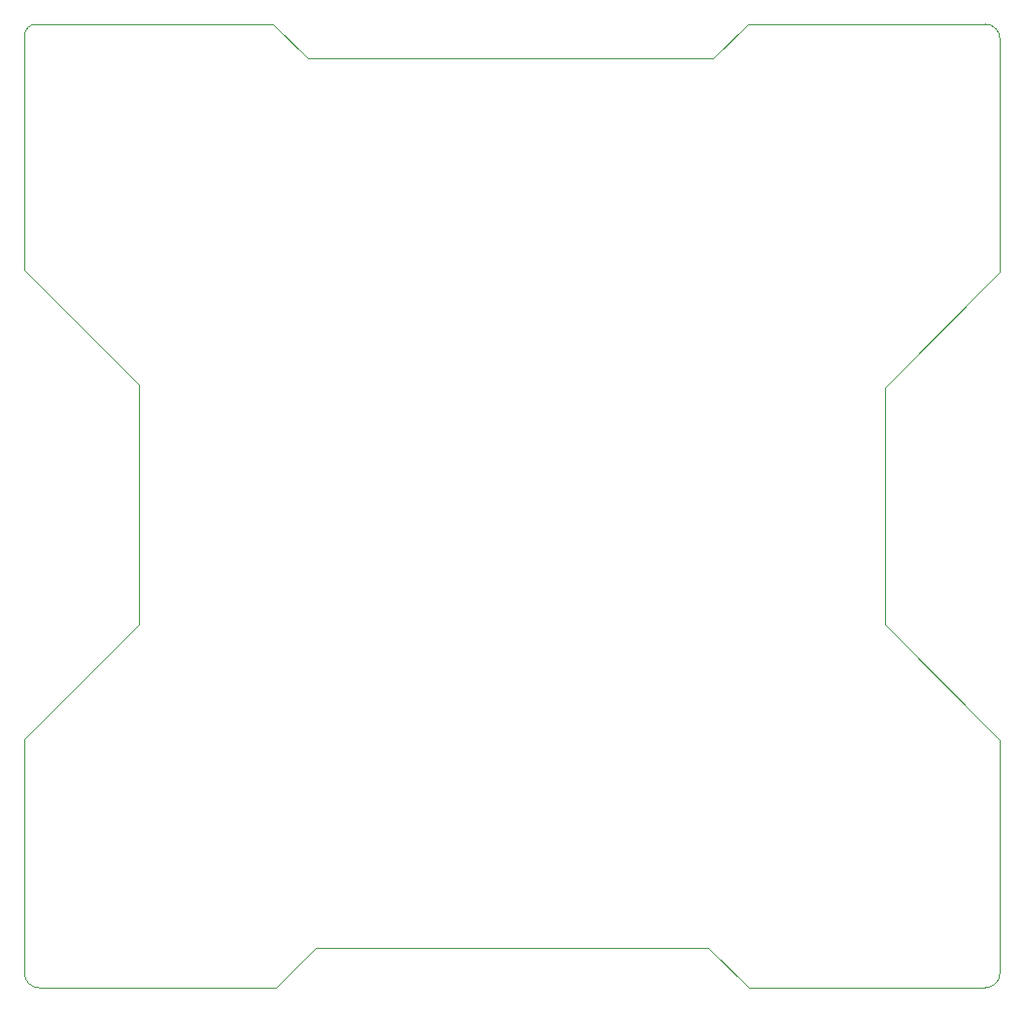
<source format=gbr>
%TF.GenerationSoftware,Altium Limited,Altium Designer,24.2.2 (26)*%
G04 Layer_Color=0*
%FSLAX45Y45*%
%MOMM*%
%TF.SameCoordinates,979FBE80-878B-4EC3-91C7-7055811A0E5A*%
%TF.FilePolarity,Positive*%
%TF.FileFunction,Profile,NP*%
%TF.Part,Single*%
G01*
G75*
%TA.AperFunction,Profile*%
%ADD86C,0.02540*%
D86*
X10450000Y2027000D02*
G03*
X10577000Y1900000I127000J0D01*
G01*
X12638500D01*
X12988499Y2250000D01*
X16411501D01*
X16761501Y1900000D01*
X18823000D01*
D02*
G03*
X18950000Y2027000I0J127000D01*
G01*
Y4063500D01*
X17950000Y5063500D01*
Y7136500D01*
X18950000Y8136500D01*
Y10173000D01*
D02*
G03*
X18823000Y10300000I-127000J0D01*
G01*
X16754750D01*
X16454750Y10000000D01*
X12918250D01*
X12618250Y10300000D01*
X10550000D01*
D02*
G03*
X10450000Y10200000I0J-100000D01*
G01*
Y8156750D01*
X11450000Y7156750D01*
Y5070250D01*
X10450000Y4070250D01*
Y2027000D01*
%TF.MD5,211f7009ae2049595b7c8c6dea1059e6*%
M02*

</source>
